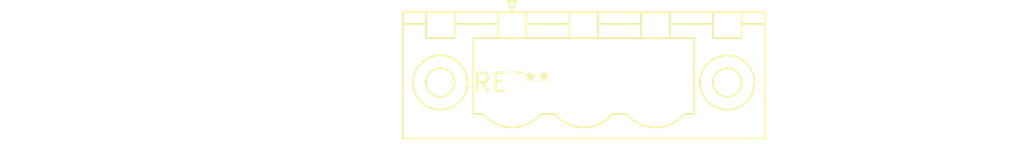
<source format=kicad_pcb>
(kicad_pcb (version 20240108) (generator pcbnew)
  (layers (0 "F.Cu" signal) (31 "B.Cu" signal) (34 "B.Paste" user) (35 "F.Paste" user) (36 "B.SilkS" user "B.Silkscreen") (37 "F.SilkS" user "F.Silkscreen") (38 "B.Mask" user) (39 "F.Mask" user) (44 "Edge.Cuts" user))
  (net 0 "")
  (footprint "PhoenixContact_MSTBV_2,5_3-GF_1x03_P5.00mm_Vertical_ThreadedFlange" (layer "F.Cu") (at 0 0)
    (property "Reference" "REF**")
    (property "Value" "PhoenixContact_MSTBV_2,5_3-GF_1x03_P5.00mm_Vertical_ThreadedFlange")
    (fp_line (start -7.61 -4.91) (end -7.61 3.91) (layer "F.SilkS") (stroke (width 0.12)))
    (fp_line (start -7.61 -4.1) (end -6.11 -4.1) (layer "F.SilkS") (stroke (width 0.12)))
    (fp_line (start -7.61 3.91) (end 17.61 3.91) (layer "F.SilkS") (stroke (width 0.12)))
    (fp_line (start -6 -4.91) (end -4 -4.91) (layer "F.SilkS") (stroke (width 0.12)))
    (fp_line (start -6 -3.1) (end -6 -4.91) (layer "F.SilkS") (stroke (width 0.12)))
    (fp_line (start -4 -4.91) (end -4 -3.1) (layer "F.SilkS") (stroke (width 0.12)))
    (fp_line (start -4 -4.1) (end -1 -4.1) (layer "F.SilkS") (stroke (width 0.12)))
    (fp_line (start -4 -3.1) (end -6 -3.1) (layer "F.SilkS") (stroke (width 0.12)))
    (fp_line (start -2.7 -3.1) (end 12.7 -3.1) (layer "F.SilkS") (stroke (width 0.12)))
    (fp_line (start -2.7 2.2) (end -2.7 -3.1) (layer "F.SilkS") (stroke (width 0.12)))
    (fp_line (start -2 2.2) (end -2.7 2.2) (layer "F.SilkS") (stroke (width 0.12)))
    (fp_line (start -1 -4.91) (end 1 -4.91) (layer "F.SilkS") (stroke (width 0.12)))
    (fp_line (start -1 -3.1) (end -1 -4.91) (layer "F.SilkS") (stroke (width 0.12)))
    (fp_line (start -0.3 -5.71) (end 0.3 -5.71) (layer "F.SilkS") (stroke (width 0.12)))
    (fp_line (start 0 -5.11) (end -0.3 -5.71) (layer "F.SilkS") (stroke (width 0.12)))
    (fp_line (start 0.3 -5.71) (end 0 -5.11) (layer "F.SilkS") (stroke (width 0.12)))
    (fp_line (start 1 -4.91) (end 1 -3.1) (layer "F.SilkS") (stroke (width 0.12)))
    (fp_line (start 1 -4.1) (end 4 -4.1) (layer "F.SilkS") (stroke (width 0.12)))
    (fp_line (start 1 -3.1) (end -1 -3.1) (layer "F.SilkS") (stroke (width 0.12)))
    (fp_line (start 2 2.2) (end 3 2.2) (layer "F.SilkS") (stroke (width 0.12)))
    (fp_line (start 4 -4.91) (end 6 -4.91) (layer "F.SilkS") (stroke (width 0.12)))
    (fp_line (start 4 -3.1) (end 4 -4.91) (layer "F.SilkS") (stroke (width 0.12)))
    (fp_line (start 6 -4.91) (end 6 -3.1) (layer "F.SilkS") (stroke (width 0.12)))
    (fp_line (start 6 -4.1) (end 9 -4.1) (layer "F.SilkS") (stroke (width 0.12)))
    (fp_line (start 6 -3.1) (end 4 -3.1) (layer "F.SilkS") (stroke (width 0.12)))
    (fp_line (start 7 2.2) (end 8 2.2) (layer "F.SilkS") (stroke (width 0.12)))
    (fp_line (start 9 -4.91) (end 11 -4.91) (layer "F.SilkS") (stroke (width 0.12)))
    (fp_line (start 9 -3.1) (end 9 -4.91) (layer "F.SilkS") (stroke (width 0.12)))
    (fp_line (start 11 -4.91) (end 11 -3.1) (layer "F.SilkS") (stroke (width 0.12)))
    (fp_line (start 11 -4.1) (end 14 -4.1) (layer "F.SilkS") (stroke (width 0.12)))
    (fp_line (start 11 -3.1) (end 9 -3.1) (layer "F.SilkS") (stroke (width 0.12)))
    (fp_line (start 12.7 -3.1) (end 12.7 2.2) (layer "F.SilkS") (stroke (width 0.12)))
    (fp_line (start 12.7 2.2) (end 12 2.2) (layer "F.SilkS") (stroke (width 0.12)))
    (fp_line (start 14 -4.91) (end 16 -4.91) (layer "F.SilkS") (stroke (width 0.12)))
    (fp_line (start 14 -3.1) (end 14 -4.91) (layer "F.SilkS") (stroke (width 0.12)))
    (fp_line (start 16 -4.91) (end 16 -3.1) (layer "F.SilkS") (stroke (width 0.12)))
    (fp_line (start 16 -3.1) (end 14 -3.1) (layer "F.SilkS") (stroke (width 0.12)))
    (fp_line (start 17.61 -4.91) (end -7.61 -4.91) (layer "F.SilkS") (stroke (width 0.12)))
    (fp_line (start 17.61 -4.1) (end 16.11 -4.1) (layer "F.SilkS") (stroke (width 0.12)))
    (fp_line (start 17.61 3.91) (end 17.61 -4.91) (layer "F.SilkS") (stroke (width 0.12)))
    (fp_arc (start 1.986842 2.215821) (mid -0.010289 3.142758) (end -2 2.2) (layer "F.SilkS") (stroke (width 0.12)))
    (fp_arc (start 6.986842 2.215821) (mid 4.989711 3.142758) (end 3 2.2) (layer "F.SilkS") (stroke (width 0.12)))
    (fp_arc (start 11.986842 2.215821) (mid 9.989711 3.142758) (end 8 2.2) (layer "F.SilkS") (stroke (width 0.12)))
    (fp_circle (center -5 0) (end -4 0) (layer "F.SilkS") (stroke (width 0.12)) (fill none))
    (fp_circle (center -5 0) (end -3.1 0) (layer "F.SilkS") (stroke (width 0.12)) (fill none))
    (fp_circle (center 15 0) (end 16 0) (layer "F.SilkS") (stroke (width 0.12)) (fill none))
    (fp_circle (center 15 0) (end 16.9 0) (layer "F.SilkS") (stroke (width 0.12)) (fill none))
    (pad "1" thru_hole roundrect (at 0 0) (size 2 3.6) (drill 1.4) (layers *.Cu *.Mask) (remove_unused_layers) (roundrect_rratio 0.125))
    (pad "2" thru_hole oval (at 5 0) (size 2 3.6) (drill 1.4) (layers *.Cu *.Mask) (remove_unused_layers))
    (pad "3" thru_hole oval (at 10 0) (size 2 3.6) (drill 1.4) (layers *.Cu *.Mask) (remove_unused_layers))
  )
)
</source>
